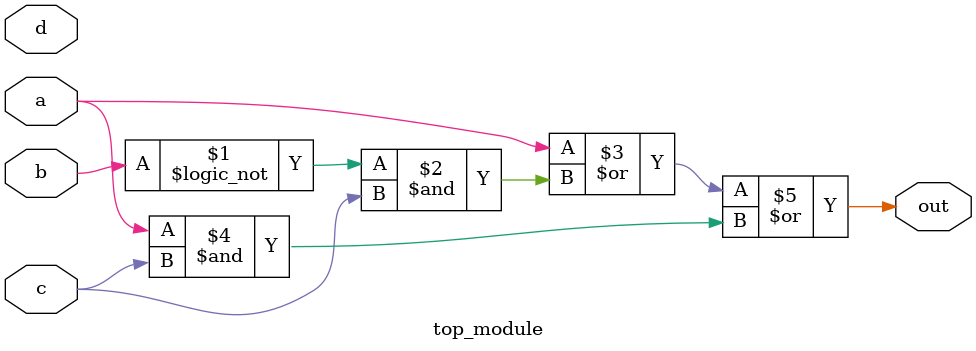
<source format=v>
module top_module(
    input a,
    input b,
    input c,
    input d,
    output out  ); 
    assign out = a | (!b&c) | (a&c);
endmodule

</source>
